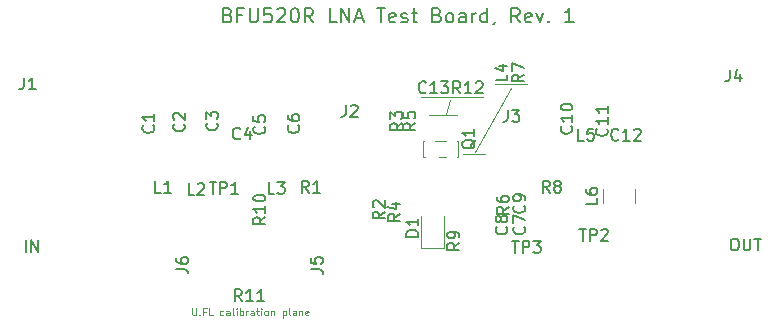
<source format=gbr>
G04 #@! TF.GenerationSoftware,KiCad,Pcbnew,5.1.2-f72e74a~84~ubuntu18.04.1*
G04 #@! TF.CreationDate,2019-07-13T08:00:24-04:00*
G04 #@! TF.ProjectId,iss-lna,6973732d-6c6e-4612-9e6b-696361645f70,rev?*
G04 #@! TF.SameCoordinates,Original*
G04 #@! TF.FileFunction,Legend,Top*
G04 #@! TF.FilePolarity,Positive*
%FSLAX46Y46*%
G04 Gerber Fmt 4.6, Leading zero omitted, Abs format (unit mm)*
G04 Created by KiCad (PCBNEW 5.1.2-f72e74a~84~ubuntu18.04.1) date 2019-07-13 08:00:24*
%MOMM*%
%LPD*%
G04 APERTURE LIST*
%ADD10C,0.100000*%
%ADD11C,0.150000*%
%ADD12C,0.120000*%
G04 APERTURE END LIST*
D10*
X95385714Y-69846428D02*
X95385714Y-70332142D01*
X95414285Y-70389285D01*
X95442857Y-70417857D01*
X95500000Y-70446428D01*
X95614285Y-70446428D01*
X95671428Y-70417857D01*
X95700000Y-70389285D01*
X95728571Y-70332142D01*
X95728571Y-69846428D01*
X96014285Y-70389285D02*
X96042857Y-70417857D01*
X96014285Y-70446428D01*
X95985714Y-70417857D01*
X96014285Y-70389285D01*
X96014285Y-70446428D01*
X96500000Y-70132142D02*
X96300000Y-70132142D01*
X96300000Y-70446428D02*
X96300000Y-69846428D01*
X96585714Y-69846428D01*
X97100000Y-70446428D02*
X96814285Y-70446428D01*
X96814285Y-69846428D01*
X98014285Y-70417857D02*
X97957142Y-70446428D01*
X97842857Y-70446428D01*
X97785714Y-70417857D01*
X97757142Y-70389285D01*
X97728571Y-70332142D01*
X97728571Y-70160714D01*
X97757142Y-70103571D01*
X97785714Y-70075000D01*
X97842857Y-70046428D01*
X97957142Y-70046428D01*
X98014285Y-70075000D01*
X98528571Y-70446428D02*
X98528571Y-70132142D01*
X98500000Y-70075000D01*
X98442857Y-70046428D01*
X98328571Y-70046428D01*
X98271428Y-70075000D01*
X98528571Y-70417857D02*
X98471428Y-70446428D01*
X98328571Y-70446428D01*
X98271428Y-70417857D01*
X98242857Y-70360714D01*
X98242857Y-70303571D01*
X98271428Y-70246428D01*
X98328571Y-70217857D01*
X98471428Y-70217857D01*
X98528571Y-70189285D01*
X98900000Y-70446428D02*
X98842857Y-70417857D01*
X98814285Y-70360714D01*
X98814285Y-69846428D01*
X99128571Y-70446428D02*
X99128571Y-70046428D01*
X99128571Y-69846428D02*
X99100000Y-69875000D01*
X99128571Y-69903571D01*
X99157142Y-69875000D01*
X99128571Y-69846428D01*
X99128571Y-69903571D01*
X99414285Y-70446428D02*
X99414285Y-69846428D01*
X99414285Y-70075000D02*
X99471428Y-70046428D01*
X99585714Y-70046428D01*
X99642857Y-70075000D01*
X99671428Y-70103571D01*
X99700000Y-70160714D01*
X99700000Y-70332142D01*
X99671428Y-70389285D01*
X99642857Y-70417857D01*
X99585714Y-70446428D01*
X99471428Y-70446428D01*
X99414285Y-70417857D01*
X99957142Y-70446428D02*
X99957142Y-70046428D01*
X99957142Y-70160714D02*
X99985714Y-70103571D01*
X100014285Y-70075000D01*
X100071428Y-70046428D01*
X100128571Y-70046428D01*
X100585714Y-70446428D02*
X100585714Y-70132142D01*
X100557142Y-70075000D01*
X100500000Y-70046428D01*
X100385714Y-70046428D01*
X100328571Y-70075000D01*
X100585714Y-70417857D02*
X100528571Y-70446428D01*
X100385714Y-70446428D01*
X100328571Y-70417857D01*
X100300000Y-70360714D01*
X100300000Y-70303571D01*
X100328571Y-70246428D01*
X100385714Y-70217857D01*
X100528571Y-70217857D01*
X100585714Y-70189285D01*
X100785714Y-70046428D02*
X101014285Y-70046428D01*
X100871428Y-69846428D02*
X100871428Y-70360714D01*
X100900000Y-70417857D01*
X100957142Y-70446428D01*
X101014285Y-70446428D01*
X101214285Y-70446428D02*
X101214285Y-70046428D01*
X101214285Y-69846428D02*
X101185714Y-69875000D01*
X101214285Y-69903571D01*
X101242857Y-69875000D01*
X101214285Y-69846428D01*
X101214285Y-69903571D01*
X101585714Y-70446428D02*
X101528571Y-70417857D01*
X101500000Y-70389285D01*
X101471428Y-70332142D01*
X101471428Y-70160714D01*
X101500000Y-70103571D01*
X101528571Y-70075000D01*
X101585714Y-70046428D01*
X101671428Y-70046428D01*
X101728571Y-70075000D01*
X101757142Y-70103571D01*
X101785714Y-70160714D01*
X101785714Y-70332142D01*
X101757142Y-70389285D01*
X101728571Y-70417857D01*
X101671428Y-70446428D01*
X101585714Y-70446428D01*
X102042857Y-70046428D02*
X102042857Y-70446428D01*
X102042857Y-70103571D02*
X102071428Y-70075000D01*
X102128571Y-70046428D01*
X102214285Y-70046428D01*
X102271428Y-70075000D01*
X102300000Y-70132142D01*
X102300000Y-70446428D01*
X103042857Y-70046428D02*
X103042857Y-70646428D01*
X103042857Y-70075000D02*
X103100000Y-70046428D01*
X103214285Y-70046428D01*
X103271428Y-70075000D01*
X103300000Y-70103571D01*
X103328571Y-70160714D01*
X103328571Y-70332142D01*
X103300000Y-70389285D01*
X103271428Y-70417857D01*
X103214285Y-70446428D01*
X103100000Y-70446428D01*
X103042857Y-70417857D01*
X103671428Y-70446428D02*
X103614285Y-70417857D01*
X103585714Y-70360714D01*
X103585714Y-69846428D01*
X104157142Y-70446428D02*
X104157142Y-70132142D01*
X104128571Y-70075000D01*
X104071428Y-70046428D01*
X103957142Y-70046428D01*
X103900000Y-70075000D01*
X104157142Y-70417857D02*
X104100000Y-70446428D01*
X103957142Y-70446428D01*
X103900000Y-70417857D01*
X103871428Y-70360714D01*
X103871428Y-70303571D01*
X103900000Y-70246428D01*
X103957142Y-70217857D01*
X104100000Y-70217857D01*
X104157142Y-70189285D01*
X104442857Y-70046428D02*
X104442857Y-70446428D01*
X104442857Y-70103571D02*
X104471428Y-70075000D01*
X104528571Y-70046428D01*
X104614285Y-70046428D01*
X104671428Y-70075000D01*
X104700000Y-70132142D01*
X104700000Y-70446428D01*
X105214285Y-70417857D02*
X105157142Y-70446428D01*
X105042857Y-70446428D01*
X104985714Y-70417857D01*
X104957142Y-70360714D01*
X104957142Y-70132142D01*
X104985714Y-70075000D01*
X105042857Y-70046428D01*
X105157142Y-70046428D01*
X105214285Y-70075000D01*
X105242857Y-70132142D01*
X105242857Y-70189285D01*
X104957142Y-70246428D01*
D11*
X98400000Y-45014285D02*
X98571428Y-45071428D01*
X98628571Y-45128571D01*
X98685714Y-45242857D01*
X98685714Y-45414285D01*
X98628571Y-45528571D01*
X98571428Y-45585714D01*
X98457142Y-45642857D01*
X98000000Y-45642857D01*
X98000000Y-44442857D01*
X98400000Y-44442857D01*
X98514285Y-44500000D01*
X98571428Y-44557142D01*
X98628571Y-44671428D01*
X98628571Y-44785714D01*
X98571428Y-44900000D01*
X98514285Y-44957142D01*
X98400000Y-45014285D01*
X98000000Y-45014285D01*
X99600000Y-45014285D02*
X99200000Y-45014285D01*
X99200000Y-45642857D02*
X99200000Y-44442857D01*
X99771428Y-44442857D01*
X100228571Y-44442857D02*
X100228571Y-45414285D01*
X100285714Y-45528571D01*
X100342857Y-45585714D01*
X100457142Y-45642857D01*
X100685714Y-45642857D01*
X100800000Y-45585714D01*
X100857142Y-45528571D01*
X100914285Y-45414285D01*
X100914285Y-44442857D01*
X102057142Y-44442857D02*
X101485714Y-44442857D01*
X101428571Y-45014285D01*
X101485714Y-44957142D01*
X101600000Y-44900000D01*
X101885714Y-44900000D01*
X102000000Y-44957142D01*
X102057142Y-45014285D01*
X102114285Y-45128571D01*
X102114285Y-45414285D01*
X102057142Y-45528571D01*
X102000000Y-45585714D01*
X101885714Y-45642857D01*
X101600000Y-45642857D01*
X101485714Y-45585714D01*
X101428571Y-45528571D01*
X102571428Y-44557142D02*
X102628571Y-44500000D01*
X102742857Y-44442857D01*
X103028571Y-44442857D01*
X103142857Y-44500000D01*
X103200000Y-44557142D01*
X103257142Y-44671428D01*
X103257142Y-44785714D01*
X103200000Y-44957142D01*
X102514285Y-45642857D01*
X103257142Y-45642857D01*
X104000000Y-44442857D02*
X104114285Y-44442857D01*
X104228571Y-44500000D01*
X104285714Y-44557142D01*
X104342857Y-44671428D01*
X104400000Y-44900000D01*
X104400000Y-45185714D01*
X104342857Y-45414285D01*
X104285714Y-45528571D01*
X104228571Y-45585714D01*
X104114285Y-45642857D01*
X104000000Y-45642857D01*
X103885714Y-45585714D01*
X103828571Y-45528571D01*
X103771428Y-45414285D01*
X103714285Y-45185714D01*
X103714285Y-44900000D01*
X103771428Y-44671428D01*
X103828571Y-44557142D01*
X103885714Y-44500000D01*
X104000000Y-44442857D01*
X105600000Y-45642857D02*
X105200000Y-45071428D01*
X104914285Y-45642857D02*
X104914285Y-44442857D01*
X105371428Y-44442857D01*
X105485714Y-44500000D01*
X105542857Y-44557142D01*
X105600000Y-44671428D01*
X105600000Y-44842857D01*
X105542857Y-44957142D01*
X105485714Y-45014285D01*
X105371428Y-45071428D01*
X104914285Y-45071428D01*
X107600000Y-45642857D02*
X107028571Y-45642857D01*
X107028571Y-44442857D01*
X108000000Y-45642857D02*
X108000000Y-44442857D01*
X108685714Y-45642857D01*
X108685714Y-44442857D01*
X109200000Y-45300000D02*
X109771428Y-45300000D01*
X109085714Y-45642857D02*
X109485714Y-44442857D01*
X109885714Y-45642857D01*
X111028571Y-44442857D02*
X111714285Y-44442857D01*
X111371428Y-45642857D02*
X111371428Y-44442857D01*
X112571428Y-45585714D02*
X112457142Y-45642857D01*
X112228571Y-45642857D01*
X112114285Y-45585714D01*
X112057142Y-45471428D01*
X112057142Y-45014285D01*
X112114285Y-44900000D01*
X112228571Y-44842857D01*
X112457142Y-44842857D01*
X112571428Y-44900000D01*
X112628571Y-45014285D01*
X112628571Y-45128571D01*
X112057142Y-45242857D01*
X113085714Y-45585714D02*
X113200000Y-45642857D01*
X113428571Y-45642857D01*
X113542857Y-45585714D01*
X113600000Y-45471428D01*
X113600000Y-45414285D01*
X113542857Y-45300000D01*
X113428571Y-45242857D01*
X113257142Y-45242857D01*
X113142857Y-45185714D01*
X113085714Y-45071428D01*
X113085714Y-45014285D01*
X113142857Y-44900000D01*
X113257142Y-44842857D01*
X113428571Y-44842857D01*
X113542857Y-44900000D01*
X113942857Y-44842857D02*
X114400000Y-44842857D01*
X114114285Y-44442857D02*
X114114285Y-45471428D01*
X114171428Y-45585714D01*
X114285714Y-45642857D01*
X114400000Y-45642857D01*
X116114285Y-45014285D02*
X116285714Y-45071428D01*
X116342857Y-45128571D01*
X116400000Y-45242857D01*
X116400000Y-45414285D01*
X116342857Y-45528571D01*
X116285714Y-45585714D01*
X116171428Y-45642857D01*
X115714285Y-45642857D01*
X115714285Y-44442857D01*
X116114285Y-44442857D01*
X116228571Y-44500000D01*
X116285714Y-44557142D01*
X116342857Y-44671428D01*
X116342857Y-44785714D01*
X116285714Y-44900000D01*
X116228571Y-44957142D01*
X116114285Y-45014285D01*
X115714285Y-45014285D01*
X117085714Y-45642857D02*
X116971428Y-45585714D01*
X116914285Y-45528571D01*
X116857142Y-45414285D01*
X116857142Y-45071428D01*
X116914285Y-44957142D01*
X116971428Y-44900000D01*
X117085714Y-44842857D01*
X117257142Y-44842857D01*
X117371428Y-44900000D01*
X117428571Y-44957142D01*
X117485714Y-45071428D01*
X117485714Y-45414285D01*
X117428571Y-45528571D01*
X117371428Y-45585714D01*
X117257142Y-45642857D01*
X117085714Y-45642857D01*
X118514285Y-45642857D02*
X118514285Y-45014285D01*
X118457142Y-44900000D01*
X118342857Y-44842857D01*
X118114285Y-44842857D01*
X118000000Y-44900000D01*
X118514285Y-45585714D02*
X118400000Y-45642857D01*
X118114285Y-45642857D01*
X118000000Y-45585714D01*
X117942857Y-45471428D01*
X117942857Y-45357142D01*
X118000000Y-45242857D01*
X118114285Y-45185714D01*
X118400000Y-45185714D01*
X118514285Y-45128571D01*
X119085714Y-45642857D02*
X119085714Y-44842857D01*
X119085714Y-45071428D02*
X119142857Y-44957142D01*
X119200000Y-44900000D01*
X119314285Y-44842857D01*
X119428571Y-44842857D01*
X120342857Y-45642857D02*
X120342857Y-44442857D01*
X120342857Y-45585714D02*
X120228571Y-45642857D01*
X120000000Y-45642857D01*
X119885714Y-45585714D01*
X119828571Y-45528571D01*
X119771428Y-45414285D01*
X119771428Y-45071428D01*
X119828571Y-44957142D01*
X119885714Y-44900000D01*
X120000000Y-44842857D01*
X120228571Y-44842857D01*
X120342857Y-44900000D01*
X120971428Y-45585714D02*
X120971428Y-45642857D01*
X120914285Y-45757142D01*
X120857142Y-45814285D01*
X123085714Y-45642857D02*
X122685714Y-45071428D01*
X122400000Y-45642857D02*
X122400000Y-44442857D01*
X122857142Y-44442857D01*
X122971428Y-44500000D01*
X123028571Y-44557142D01*
X123085714Y-44671428D01*
X123085714Y-44842857D01*
X123028571Y-44957142D01*
X122971428Y-45014285D01*
X122857142Y-45071428D01*
X122400000Y-45071428D01*
X124057142Y-45585714D02*
X123942857Y-45642857D01*
X123714285Y-45642857D01*
X123600000Y-45585714D01*
X123542857Y-45471428D01*
X123542857Y-45014285D01*
X123600000Y-44900000D01*
X123714285Y-44842857D01*
X123942857Y-44842857D01*
X124057142Y-44900000D01*
X124114285Y-45014285D01*
X124114285Y-45128571D01*
X123542857Y-45242857D01*
X124514285Y-44842857D02*
X124800000Y-45642857D01*
X125085714Y-44842857D01*
X125542857Y-45528571D02*
X125600000Y-45585714D01*
X125542857Y-45642857D01*
X125485714Y-45585714D01*
X125542857Y-45528571D01*
X125542857Y-45642857D01*
X127657142Y-45642857D02*
X126971428Y-45642857D01*
X127314285Y-45642857D02*
X127314285Y-44442857D01*
X127200000Y-44614285D01*
X127085714Y-44728571D01*
X126971428Y-44785714D01*
X141200000Y-63952380D02*
X141390476Y-63952380D01*
X141485714Y-64000000D01*
X141580952Y-64095238D01*
X141628571Y-64285714D01*
X141628571Y-64619047D01*
X141580952Y-64809523D01*
X141485714Y-64904761D01*
X141390476Y-64952380D01*
X141200000Y-64952380D01*
X141104761Y-64904761D01*
X141009523Y-64809523D01*
X140961904Y-64619047D01*
X140961904Y-64285714D01*
X141009523Y-64095238D01*
X141104761Y-64000000D01*
X141200000Y-63952380D01*
X142057142Y-63952380D02*
X142057142Y-64761904D01*
X142104761Y-64857142D01*
X142152380Y-64904761D01*
X142247619Y-64952380D01*
X142438095Y-64952380D01*
X142533333Y-64904761D01*
X142580952Y-64857142D01*
X142628571Y-64761904D01*
X142628571Y-63952380D01*
X142961904Y-63952380D02*
X143533333Y-63952380D01*
X143247619Y-64952380D02*
X143247619Y-63952380D01*
X81276190Y-65052380D02*
X81276190Y-64052380D01*
X81752380Y-65052380D02*
X81752380Y-64052380D01*
X82323809Y-65052380D01*
X82323809Y-64052380D01*
D12*
X117200000Y-52200000D02*
X116900000Y-53400000D01*
X115400000Y-53500000D02*
X117800000Y-53500000D01*
X114700000Y-52000000D02*
X120000000Y-52000000D01*
X122400000Y-51200000D02*
X119300000Y-56600000D01*
X118300000Y-56800000D02*
X120200000Y-56800000D01*
X123700000Y-50900000D02*
X121000000Y-50900000D01*
X114900000Y-55650000D02*
X115000000Y-55650000D01*
X117800000Y-55650000D02*
X117900000Y-55650000D01*
X117900000Y-57050000D02*
X117800000Y-57050000D01*
X114900000Y-57050000D02*
X115100000Y-57050000D01*
X114900000Y-55650000D02*
X114900000Y-57050000D01*
X117900000Y-55650000D02*
X117900000Y-57050000D01*
X116300000Y-57050000D02*
X116900000Y-57050000D01*
X115900000Y-55650000D02*
X116900000Y-55650000D01*
X132860000Y-60952064D02*
X132860000Y-59747936D01*
X130140000Y-60952064D02*
X130140000Y-59747936D01*
X116660000Y-64735000D02*
X116660000Y-62050000D01*
X114740000Y-64735000D02*
X116660000Y-64735000D01*
X114740000Y-62050000D02*
X114740000Y-64735000D01*
D11*
X140866666Y-49652380D02*
X140866666Y-50366666D01*
X140819047Y-50509523D01*
X140723809Y-50604761D01*
X140580952Y-50652380D01*
X140485714Y-50652380D01*
X141771428Y-49985714D02*
X141771428Y-50652380D01*
X141533333Y-49604761D02*
X141295238Y-50319047D01*
X141914285Y-50319047D01*
X81126666Y-50322380D02*
X81126666Y-51036666D01*
X81079047Y-51179523D01*
X80983809Y-51274761D01*
X80840952Y-51322380D01*
X80745714Y-51322380D01*
X82126666Y-51322380D02*
X81555238Y-51322380D01*
X81840952Y-51322380D02*
X81840952Y-50322380D01*
X81745714Y-50465238D01*
X81650476Y-50560476D01*
X81555238Y-50608095D01*
X123452380Y-50066666D02*
X122976190Y-50400000D01*
X123452380Y-50638095D02*
X122452380Y-50638095D01*
X122452380Y-50257142D01*
X122500000Y-50161904D01*
X122547619Y-50114285D01*
X122642857Y-50066666D01*
X122785714Y-50066666D01*
X122880952Y-50114285D01*
X122928571Y-50161904D01*
X122976190Y-50257142D01*
X122976190Y-50638095D01*
X122452380Y-49733333D02*
X122452380Y-49066666D01*
X123452380Y-49495238D01*
X118057142Y-51652380D02*
X117723809Y-51176190D01*
X117485714Y-51652380D02*
X117485714Y-50652380D01*
X117866666Y-50652380D01*
X117961904Y-50700000D01*
X118009523Y-50747619D01*
X118057142Y-50842857D01*
X118057142Y-50985714D01*
X118009523Y-51080952D01*
X117961904Y-51128571D01*
X117866666Y-51176190D01*
X117485714Y-51176190D01*
X119009523Y-51652380D02*
X118438095Y-51652380D01*
X118723809Y-51652380D02*
X118723809Y-50652380D01*
X118628571Y-50795238D01*
X118533333Y-50890476D01*
X118438095Y-50938095D01*
X119390476Y-50747619D02*
X119438095Y-50700000D01*
X119533333Y-50652380D01*
X119771428Y-50652380D01*
X119866666Y-50700000D01*
X119914285Y-50747619D01*
X119961904Y-50842857D01*
X119961904Y-50938095D01*
X119914285Y-51080952D01*
X119342857Y-51652380D01*
X119961904Y-51652380D01*
X115157142Y-51557142D02*
X115109523Y-51604761D01*
X114966666Y-51652380D01*
X114871428Y-51652380D01*
X114728571Y-51604761D01*
X114633333Y-51509523D01*
X114585714Y-51414285D01*
X114538095Y-51223809D01*
X114538095Y-51080952D01*
X114585714Y-50890476D01*
X114633333Y-50795238D01*
X114728571Y-50700000D01*
X114871428Y-50652380D01*
X114966666Y-50652380D01*
X115109523Y-50700000D01*
X115157142Y-50747619D01*
X116109523Y-51652380D02*
X115538095Y-51652380D01*
X115823809Y-51652380D02*
X115823809Y-50652380D01*
X115728571Y-50795238D01*
X115633333Y-50890476D01*
X115538095Y-50938095D01*
X116442857Y-50652380D02*
X117061904Y-50652380D01*
X116728571Y-51033333D01*
X116871428Y-51033333D01*
X116966666Y-51080952D01*
X117014285Y-51128571D01*
X117061904Y-51223809D01*
X117061904Y-51461904D01*
X117014285Y-51557142D01*
X116966666Y-51604761D01*
X116871428Y-51652380D01*
X116585714Y-51652380D01*
X116490476Y-51604761D01*
X116442857Y-51557142D01*
X122438095Y-64152380D02*
X123009523Y-64152380D01*
X122723809Y-65152380D02*
X122723809Y-64152380D01*
X123342857Y-65152380D02*
X123342857Y-64152380D01*
X123723809Y-64152380D01*
X123819047Y-64200000D01*
X123866666Y-64247619D01*
X123914285Y-64342857D01*
X123914285Y-64485714D01*
X123866666Y-64580952D01*
X123819047Y-64628571D01*
X123723809Y-64676190D01*
X123342857Y-64676190D01*
X124247619Y-64152380D02*
X124866666Y-64152380D01*
X124533333Y-64533333D01*
X124676190Y-64533333D01*
X124771428Y-64580952D01*
X124819047Y-64628571D01*
X124866666Y-64723809D01*
X124866666Y-64961904D01*
X124819047Y-65057142D01*
X124771428Y-65104761D01*
X124676190Y-65152380D01*
X124390476Y-65152380D01*
X124295238Y-65104761D01*
X124247619Y-65057142D01*
X128138095Y-63152380D02*
X128709523Y-63152380D01*
X128423809Y-64152380D02*
X128423809Y-63152380D01*
X129042857Y-64152380D02*
X129042857Y-63152380D01*
X129423809Y-63152380D01*
X129519047Y-63200000D01*
X129566666Y-63247619D01*
X129614285Y-63342857D01*
X129614285Y-63485714D01*
X129566666Y-63580952D01*
X129519047Y-63628571D01*
X129423809Y-63676190D01*
X129042857Y-63676190D01*
X129995238Y-63247619D02*
X130042857Y-63200000D01*
X130138095Y-63152380D01*
X130376190Y-63152380D01*
X130471428Y-63200000D01*
X130519047Y-63247619D01*
X130566666Y-63342857D01*
X130566666Y-63438095D01*
X130519047Y-63580952D01*
X129947619Y-64152380D01*
X130566666Y-64152380D01*
X96838095Y-59152380D02*
X97409523Y-59152380D01*
X97123809Y-60152380D02*
X97123809Y-59152380D01*
X97742857Y-60152380D02*
X97742857Y-59152380D01*
X98123809Y-59152380D01*
X98219047Y-59200000D01*
X98266666Y-59247619D01*
X98314285Y-59342857D01*
X98314285Y-59485714D01*
X98266666Y-59580952D01*
X98219047Y-59628571D01*
X98123809Y-59676190D01*
X97742857Y-59676190D01*
X99266666Y-60152380D02*
X98695238Y-60152380D01*
X98980952Y-60152380D02*
X98980952Y-59152380D01*
X98885714Y-59295238D01*
X98790476Y-59390476D01*
X98695238Y-59438095D01*
X99557142Y-69252380D02*
X99223809Y-68776190D01*
X98985714Y-69252380D02*
X98985714Y-68252380D01*
X99366666Y-68252380D01*
X99461904Y-68300000D01*
X99509523Y-68347619D01*
X99557142Y-68442857D01*
X99557142Y-68585714D01*
X99509523Y-68680952D01*
X99461904Y-68728571D01*
X99366666Y-68776190D01*
X98985714Y-68776190D01*
X100509523Y-69252380D02*
X99938095Y-69252380D01*
X100223809Y-69252380D02*
X100223809Y-68252380D01*
X100128571Y-68395238D01*
X100033333Y-68490476D01*
X99938095Y-68538095D01*
X101461904Y-69252380D02*
X100890476Y-69252380D01*
X101176190Y-69252380D02*
X101176190Y-68252380D01*
X101080952Y-68395238D01*
X100985714Y-68490476D01*
X100890476Y-68538095D01*
X101552380Y-62142857D02*
X101076190Y-62476190D01*
X101552380Y-62714285D02*
X100552380Y-62714285D01*
X100552380Y-62333333D01*
X100600000Y-62238095D01*
X100647619Y-62190476D01*
X100742857Y-62142857D01*
X100885714Y-62142857D01*
X100980952Y-62190476D01*
X101028571Y-62238095D01*
X101076190Y-62333333D01*
X101076190Y-62714285D01*
X101552380Y-61190476D02*
X101552380Y-61761904D01*
X101552380Y-61476190D02*
X100552380Y-61476190D01*
X100695238Y-61571428D01*
X100790476Y-61666666D01*
X100838095Y-61761904D01*
X100552380Y-60571428D02*
X100552380Y-60476190D01*
X100600000Y-60380952D01*
X100647619Y-60333333D01*
X100742857Y-60285714D01*
X100933333Y-60238095D01*
X101171428Y-60238095D01*
X101361904Y-60285714D01*
X101457142Y-60333333D01*
X101504761Y-60380952D01*
X101552380Y-60476190D01*
X101552380Y-60571428D01*
X101504761Y-60666666D01*
X101457142Y-60714285D01*
X101361904Y-60761904D01*
X101171428Y-60809523D01*
X100933333Y-60809523D01*
X100742857Y-60761904D01*
X100647619Y-60714285D01*
X100600000Y-60666666D01*
X100552380Y-60571428D01*
X117982380Y-64316666D02*
X117506190Y-64650000D01*
X117982380Y-64888095D02*
X116982380Y-64888095D01*
X116982380Y-64507142D01*
X117030000Y-64411904D01*
X117077619Y-64364285D01*
X117172857Y-64316666D01*
X117315714Y-64316666D01*
X117410952Y-64364285D01*
X117458571Y-64411904D01*
X117506190Y-64507142D01*
X117506190Y-64888095D01*
X117982380Y-63840476D02*
X117982380Y-63650000D01*
X117934761Y-63554761D01*
X117887142Y-63507142D01*
X117744285Y-63411904D01*
X117553809Y-63364285D01*
X117172857Y-63364285D01*
X117077619Y-63411904D01*
X117030000Y-63459523D01*
X116982380Y-63554761D01*
X116982380Y-63745238D01*
X117030000Y-63840476D01*
X117077619Y-63888095D01*
X117172857Y-63935714D01*
X117410952Y-63935714D01*
X117506190Y-63888095D01*
X117553809Y-63840476D01*
X117601428Y-63745238D01*
X117601428Y-63554761D01*
X117553809Y-63459523D01*
X117506190Y-63411904D01*
X117410952Y-63364285D01*
X125633333Y-60052380D02*
X125300000Y-59576190D01*
X125061904Y-60052380D02*
X125061904Y-59052380D01*
X125442857Y-59052380D01*
X125538095Y-59100000D01*
X125585714Y-59147619D01*
X125633333Y-59242857D01*
X125633333Y-59385714D01*
X125585714Y-59480952D01*
X125538095Y-59528571D01*
X125442857Y-59576190D01*
X125061904Y-59576190D01*
X126204761Y-59480952D02*
X126109523Y-59433333D01*
X126061904Y-59385714D01*
X126014285Y-59290476D01*
X126014285Y-59242857D01*
X126061904Y-59147619D01*
X126109523Y-59100000D01*
X126204761Y-59052380D01*
X126395238Y-59052380D01*
X126490476Y-59100000D01*
X126538095Y-59147619D01*
X126585714Y-59242857D01*
X126585714Y-59290476D01*
X126538095Y-59385714D01*
X126490476Y-59433333D01*
X126395238Y-59480952D01*
X126204761Y-59480952D01*
X126109523Y-59528571D01*
X126061904Y-59576190D01*
X126014285Y-59671428D01*
X126014285Y-59861904D01*
X126061904Y-59957142D01*
X126109523Y-60004761D01*
X126204761Y-60052380D01*
X126395238Y-60052380D01*
X126490476Y-60004761D01*
X126538095Y-59957142D01*
X126585714Y-59861904D01*
X126585714Y-59671428D01*
X126538095Y-59576190D01*
X126490476Y-59528571D01*
X126395238Y-59480952D01*
X122152380Y-61266666D02*
X121676190Y-61600000D01*
X122152380Y-61838095D02*
X121152380Y-61838095D01*
X121152380Y-61457142D01*
X121200000Y-61361904D01*
X121247619Y-61314285D01*
X121342857Y-61266666D01*
X121485714Y-61266666D01*
X121580952Y-61314285D01*
X121628571Y-61361904D01*
X121676190Y-61457142D01*
X121676190Y-61838095D01*
X121152380Y-60409523D02*
X121152380Y-60600000D01*
X121200000Y-60695238D01*
X121247619Y-60742857D01*
X121390476Y-60838095D01*
X121580952Y-60885714D01*
X121961904Y-60885714D01*
X122057142Y-60838095D01*
X122104761Y-60790476D01*
X122152380Y-60695238D01*
X122152380Y-60504761D01*
X122104761Y-60409523D01*
X122057142Y-60361904D01*
X121961904Y-60314285D01*
X121723809Y-60314285D01*
X121628571Y-60361904D01*
X121580952Y-60409523D01*
X121533333Y-60504761D01*
X121533333Y-60695238D01*
X121580952Y-60790476D01*
X121628571Y-60838095D01*
X121723809Y-60885714D01*
X114252380Y-54166666D02*
X113776190Y-54500000D01*
X114252380Y-54738095D02*
X113252380Y-54738095D01*
X113252380Y-54357142D01*
X113300000Y-54261904D01*
X113347619Y-54214285D01*
X113442857Y-54166666D01*
X113585714Y-54166666D01*
X113680952Y-54214285D01*
X113728571Y-54261904D01*
X113776190Y-54357142D01*
X113776190Y-54738095D01*
X113252380Y-53261904D02*
X113252380Y-53738095D01*
X113728571Y-53785714D01*
X113680952Y-53738095D01*
X113633333Y-53642857D01*
X113633333Y-53404761D01*
X113680952Y-53309523D01*
X113728571Y-53261904D01*
X113823809Y-53214285D01*
X114061904Y-53214285D01*
X114157142Y-53261904D01*
X114204761Y-53309523D01*
X114252380Y-53404761D01*
X114252380Y-53642857D01*
X114204761Y-53738095D01*
X114157142Y-53785714D01*
X112952380Y-61866666D02*
X112476190Y-62200000D01*
X112952380Y-62438095D02*
X111952380Y-62438095D01*
X111952380Y-62057142D01*
X112000000Y-61961904D01*
X112047619Y-61914285D01*
X112142857Y-61866666D01*
X112285714Y-61866666D01*
X112380952Y-61914285D01*
X112428571Y-61961904D01*
X112476190Y-62057142D01*
X112476190Y-62438095D01*
X112285714Y-61009523D02*
X112952380Y-61009523D01*
X111904761Y-61247619D02*
X112619047Y-61485714D01*
X112619047Y-60866666D01*
X113152380Y-54166666D02*
X112676190Y-54500000D01*
X113152380Y-54738095D02*
X112152380Y-54738095D01*
X112152380Y-54357142D01*
X112200000Y-54261904D01*
X112247619Y-54214285D01*
X112342857Y-54166666D01*
X112485714Y-54166666D01*
X112580952Y-54214285D01*
X112628571Y-54261904D01*
X112676190Y-54357142D01*
X112676190Y-54738095D01*
X112152380Y-53833333D02*
X112152380Y-53214285D01*
X112533333Y-53547619D01*
X112533333Y-53404761D01*
X112580952Y-53309523D01*
X112628571Y-53261904D01*
X112723809Y-53214285D01*
X112961904Y-53214285D01*
X113057142Y-53261904D01*
X113104761Y-53309523D01*
X113152380Y-53404761D01*
X113152380Y-53690476D01*
X113104761Y-53785714D01*
X113057142Y-53833333D01*
X111652380Y-61666666D02*
X111176190Y-62000000D01*
X111652380Y-62238095D02*
X110652380Y-62238095D01*
X110652380Y-61857142D01*
X110700000Y-61761904D01*
X110747619Y-61714285D01*
X110842857Y-61666666D01*
X110985714Y-61666666D01*
X111080952Y-61714285D01*
X111128571Y-61761904D01*
X111176190Y-61857142D01*
X111176190Y-62238095D01*
X110747619Y-61285714D02*
X110700000Y-61238095D01*
X110652380Y-61142857D01*
X110652380Y-60904761D01*
X110700000Y-60809523D01*
X110747619Y-60761904D01*
X110842857Y-60714285D01*
X110938095Y-60714285D01*
X111080952Y-60761904D01*
X111652380Y-61333333D01*
X111652380Y-60714285D01*
X105233333Y-60052380D02*
X104900000Y-59576190D01*
X104661904Y-60052380D02*
X104661904Y-59052380D01*
X105042857Y-59052380D01*
X105138095Y-59100000D01*
X105185714Y-59147619D01*
X105233333Y-59242857D01*
X105233333Y-59385714D01*
X105185714Y-59480952D01*
X105138095Y-59528571D01*
X105042857Y-59576190D01*
X104661904Y-59576190D01*
X106185714Y-60052380D02*
X105614285Y-60052380D01*
X105900000Y-60052380D02*
X105900000Y-59052380D01*
X105804761Y-59195238D01*
X105709523Y-59290476D01*
X105614285Y-59338095D01*
X119347619Y-55595238D02*
X119300000Y-55690476D01*
X119204761Y-55785714D01*
X119061904Y-55928571D01*
X119014285Y-56023809D01*
X119014285Y-56119047D01*
X119252380Y-56071428D02*
X119204761Y-56166666D01*
X119109523Y-56261904D01*
X118919047Y-56309523D01*
X118585714Y-56309523D01*
X118395238Y-56261904D01*
X118300000Y-56166666D01*
X118252380Y-56071428D01*
X118252380Y-55880952D01*
X118300000Y-55785714D01*
X118395238Y-55690476D01*
X118585714Y-55642857D01*
X118919047Y-55642857D01*
X119109523Y-55690476D01*
X119204761Y-55785714D01*
X119252380Y-55880952D01*
X119252380Y-56071428D01*
X119252380Y-54690476D02*
X119252380Y-55261904D01*
X119252380Y-54976190D02*
X118252380Y-54976190D01*
X118395238Y-55071428D01*
X118490476Y-55166666D01*
X118538095Y-55261904D01*
X129672380Y-60516666D02*
X129672380Y-60992857D01*
X128672380Y-60992857D01*
X128672380Y-59754761D02*
X128672380Y-59945238D01*
X128720000Y-60040476D01*
X128767619Y-60088095D01*
X128910476Y-60183333D01*
X129100952Y-60230952D01*
X129481904Y-60230952D01*
X129577142Y-60183333D01*
X129624761Y-60135714D01*
X129672380Y-60040476D01*
X129672380Y-59850000D01*
X129624761Y-59754761D01*
X129577142Y-59707142D01*
X129481904Y-59659523D01*
X129243809Y-59659523D01*
X129148571Y-59707142D01*
X129100952Y-59754761D01*
X129053333Y-59850000D01*
X129053333Y-60040476D01*
X129100952Y-60135714D01*
X129148571Y-60183333D01*
X129243809Y-60230952D01*
X128533333Y-55652380D02*
X128057142Y-55652380D01*
X128057142Y-54652380D01*
X129342857Y-54652380D02*
X128866666Y-54652380D01*
X128819047Y-55128571D01*
X128866666Y-55080952D01*
X128961904Y-55033333D01*
X129200000Y-55033333D01*
X129295238Y-55080952D01*
X129342857Y-55128571D01*
X129390476Y-55223809D01*
X129390476Y-55461904D01*
X129342857Y-55557142D01*
X129295238Y-55604761D01*
X129200000Y-55652380D01*
X128961904Y-55652380D01*
X128866666Y-55604761D01*
X128819047Y-55557142D01*
X122052380Y-50066666D02*
X122052380Y-50542857D01*
X121052380Y-50542857D01*
X121385714Y-49304761D02*
X122052380Y-49304761D01*
X121004761Y-49542857D02*
X121719047Y-49780952D01*
X121719047Y-49161904D01*
X102333333Y-60152380D02*
X101857142Y-60152380D01*
X101857142Y-59152380D01*
X102571428Y-59152380D02*
X103190476Y-59152380D01*
X102857142Y-59533333D01*
X103000000Y-59533333D01*
X103095238Y-59580952D01*
X103142857Y-59628571D01*
X103190476Y-59723809D01*
X103190476Y-59961904D01*
X103142857Y-60057142D01*
X103095238Y-60104761D01*
X103000000Y-60152380D01*
X102714285Y-60152380D01*
X102619047Y-60104761D01*
X102571428Y-60057142D01*
X95533333Y-60252380D02*
X95057142Y-60252380D01*
X95057142Y-59252380D01*
X95819047Y-59347619D02*
X95866666Y-59300000D01*
X95961904Y-59252380D01*
X96200000Y-59252380D01*
X96295238Y-59300000D01*
X96342857Y-59347619D01*
X96390476Y-59442857D01*
X96390476Y-59538095D01*
X96342857Y-59680952D01*
X95771428Y-60252380D01*
X96390476Y-60252380D01*
X92733333Y-60052380D02*
X92257142Y-60052380D01*
X92257142Y-59052380D01*
X93590476Y-60052380D02*
X93019047Y-60052380D01*
X93304761Y-60052380D02*
X93304761Y-59052380D01*
X93209523Y-59195238D01*
X93114285Y-59290476D01*
X93019047Y-59338095D01*
X94002380Y-66528333D02*
X94716666Y-66528333D01*
X94859523Y-66575952D01*
X94954761Y-66671190D01*
X95002380Y-66814047D01*
X95002380Y-66909285D01*
X94002380Y-65623571D02*
X94002380Y-65814047D01*
X94050000Y-65909285D01*
X94097619Y-65956904D01*
X94240476Y-66052142D01*
X94430952Y-66099761D01*
X94811904Y-66099761D01*
X94907142Y-66052142D01*
X94954761Y-66004523D01*
X95002380Y-65909285D01*
X95002380Y-65718809D01*
X94954761Y-65623571D01*
X94907142Y-65575952D01*
X94811904Y-65528333D01*
X94573809Y-65528333D01*
X94478571Y-65575952D01*
X94430952Y-65623571D01*
X94383333Y-65718809D01*
X94383333Y-65909285D01*
X94430952Y-66004523D01*
X94478571Y-66052142D01*
X94573809Y-66099761D01*
X105402380Y-66533333D02*
X106116666Y-66533333D01*
X106259523Y-66580952D01*
X106354761Y-66676190D01*
X106402380Y-66819047D01*
X106402380Y-66914285D01*
X105402380Y-65580952D02*
X105402380Y-66057142D01*
X105878571Y-66104761D01*
X105830952Y-66057142D01*
X105783333Y-65961904D01*
X105783333Y-65723809D01*
X105830952Y-65628571D01*
X105878571Y-65580952D01*
X105973809Y-65533333D01*
X106211904Y-65533333D01*
X106307142Y-65580952D01*
X106354761Y-65628571D01*
X106402380Y-65723809D01*
X106402380Y-65961904D01*
X106354761Y-66057142D01*
X106307142Y-66104761D01*
X122066666Y-53052380D02*
X122066666Y-53766666D01*
X122019047Y-53909523D01*
X121923809Y-54004761D01*
X121780952Y-54052380D01*
X121685714Y-54052380D01*
X122447619Y-53052380D02*
X123066666Y-53052380D01*
X122733333Y-53433333D01*
X122876190Y-53433333D01*
X122971428Y-53480952D01*
X123019047Y-53528571D01*
X123066666Y-53623809D01*
X123066666Y-53861904D01*
X123019047Y-53957142D01*
X122971428Y-54004761D01*
X122876190Y-54052380D01*
X122590476Y-54052380D01*
X122495238Y-54004761D01*
X122447619Y-53957142D01*
X108366666Y-52652380D02*
X108366666Y-53366666D01*
X108319047Y-53509523D01*
X108223809Y-53604761D01*
X108080952Y-53652380D01*
X107985714Y-53652380D01*
X108795238Y-52747619D02*
X108842857Y-52700000D01*
X108938095Y-52652380D01*
X109176190Y-52652380D01*
X109271428Y-52700000D01*
X109319047Y-52747619D01*
X109366666Y-52842857D01*
X109366666Y-52938095D01*
X109319047Y-53080952D01*
X108747619Y-53652380D01*
X109366666Y-53652380D01*
X114502380Y-63788095D02*
X113502380Y-63788095D01*
X113502380Y-63550000D01*
X113550000Y-63407142D01*
X113645238Y-63311904D01*
X113740476Y-63264285D01*
X113930952Y-63216666D01*
X114073809Y-63216666D01*
X114264285Y-63264285D01*
X114359523Y-63311904D01*
X114454761Y-63407142D01*
X114502380Y-63550000D01*
X114502380Y-63788095D01*
X114502380Y-62264285D02*
X114502380Y-62835714D01*
X114502380Y-62550000D02*
X113502380Y-62550000D01*
X113645238Y-62645238D01*
X113740476Y-62740476D01*
X113788095Y-62835714D01*
X131457142Y-55557142D02*
X131409523Y-55604761D01*
X131266666Y-55652380D01*
X131171428Y-55652380D01*
X131028571Y-55604761D01*
X130933333Y-55509523D01*
X130885714Y-55414285D01*
X130838095Y-55223809D01*
X130838095Y-55080952D01*
X130885714Y-54890476D01*
X130933333Y-54795238D01*
X131028571Y-54700000D01*
X131171428Y-54652380D01*
X131266666Y-54652380D01*
X131409523Y-54700000D01*
X131457142Y-54747619D01*
X132409523Y-55652380D02*
X131838095Y-55652380D01*
X132123809Y-55652380D02*
X132123809Y-54652380D01*
X132028571Y-54795238D01*
X131933333Y-54890476D01*
X131838095Y-54938095D01*
X132790476Y-54747619D02*
X132838095Y-54700000D01*
X132933333Y-54652380D01*
X133171428Y-54652380D01*
X133266666Y-54700000D01*
X133314285Y-54747619D01*
X133361904Y-54842857D01*
X133361904Y-54938095D01*
X133314285Y-55080952D01*
X132742857Y-55652380D01*
X133361904Y-55652380D01*
X130457142Y-54642857D02*
X130504761Y-54690476D01*
X130552380Y-54833333D01*
X130552380Y-54928571D01*
X130504761Y-55071428D01*
X130409523Y-55166666D01*
X130314285Y-55214285D01*
X130123809Y-55261904D01*
X129980952Y-55261904D01*
X129790476Y-55214285D01*
X129695238Y-55166666D01*
X129600000Y-55071428D01*
X129552380Y-54928571D01*
X129552380Y-54833333D01*
X129600000Y-54690476D01*
X129647619Y-54642857D01*
X130552380Y-53690476D02*
X130552380Y-54261904D01*
X130552380Y-53976190D02*
X129552380Y-53976190D01*
X129695238Y-54071428D01*
X129790476Y-54166666D01*
X129838095Y-54261904D01*
X130552380Y-52738095D02*
X130552380Y-53309523D01*
X130552380Y-53023809D02*
X129552380Y-53023809D01*
X129695238Y-53119047D01*
X129790476Y-53214285D01*
X129838095Y-53309523D01*
X127457142Y-54442857D02*
X127504761Y-54490476D01*
X127552380Y-54633333D01*
X127552380Y-54728571D01*
X127504761Y-54871428D01*
X127409523Y-54966666D01*
X127314285Y-55014285D01*
X127123809Y-55061904D01*
X126980952Y-55061904D01*
X126790476Y-55014285D01*
X126695238Y-54966666D01*
X126600000Y-54871428D01*
X126552380Y-54728571D01*
X126552380Y-54633333D01*
X126600000Y-54490476D01*
X126647619Y-54442857D01*
X127552380Y-53490476D02*
X127552380Y-54061904D01*
X127552380Y-53776190D02*
X126552380Y-53776190D01*
X126695238Y-53871428D01*
X126790476Y-53966666D01*
X126838095Y-54061904D01*
X126552380Y-52871428D02*
X126552380Y-52776190D01*
X126600000Y-52680952D01*
X126647619Y-52633333D01*
X126742857Y-52585714D01*
X126933333Y-52538095D01*
X127171428Y-52538095D01*
X127361904Y-52585714D01*
X127457142Y-52633333D01*
X127504761Y-52680952D01*
X127552380Y-52776190D01*
X127552380Y-52871428D01*
X127504761Y-52966666D01*
X127457142Y-53014285D01*
X127361904Y-53061904D01*
X127171428Y-53109523D01*
X126933333Y-53109523D01*
X126742857Y-53061904D01*
X126647619Y-53014285D01*
X126600000Y-52966666D01*
X126552380Y-52871428D01*
X123457142Y-61166666D02*
X123504761Y-61214285D01*
X123552380Y-61357142D01*
X123552380Y-61452380D01*
X123504761Y-61595238D01*
X123409523Y-61690476D01*
X123314285Y-61738095D01*
X123123809Y-61785714D01*
X122980952Y-61785714D01*
X122790476Y-61738095D01*
X122695238Y-61690476D01*
X122600000Y-61595238D01*
X122552380Y-61452380D01*
X122552380Y-61357142D01*
X122600000Y-61214285D01*
X122647619Y-61166666D01*
X123552380Y-60690476D02*
X123552380Y-60500000D01*
X123504761Y-60404761D01*
X123457142Y-60357142D01*
X123314285Y-60261904D01*
X123123809Y-60214285D01*
X122742857Y-60214285D01*
X122647619Y-60261904D01*
X122600000Y-60309523D01*
X122552380Y-60404761D01*
X122552380Y-60595238D01*
X122600000Y-60690476D01*
X122647619Y-60738095D01*
X122742857Y-60785714D01*
X122980952Y-60785714D01*
X123076190Y-60738095D01*
X123123809Y-60690476D01*
X123171428Y-60595238D01*
X123171428Y-60404761D01*
X123123809Y-60309523D01*
X123076190Y-60261904D01*
X122980952Y-60214285D01*
X121957142Y-62966666D02*
X122004761Y-63014285D01*
X122052380Y-63157142D01*
X122052380Y-63252380D01*
X122004761Y-63395238D01*
X121909523Y-63490476D01*
X121814285Y-63538095D01*
X121623809Y-63585714D01*
X121480952Y-63585714D01*
X121290476Y-63538095D01*
X121195238Y-63490476D01*
X121100000Y-63395238D01*
X121052380Y-63252380D01*
X121052380Y-63157142D01*
X121100000Y-63014285D01*
X121147619Y-62966666D01*
X121480952Y-62395238D02*
X121433333Y-62490476D01*
X121385714Y-62538095D01*
X121290476Y-62585714D01*
X121242857Y-62585714D01*
X121147619Y-62538095D01*
X121100000Y-62490476D01*
X121052380Y-62395238D01*
X121052380Y-62204761D01*
X121100000Y-62109523D01*
X121147619Y-62061904D01*
X121242857Y-62014285D01*
X121290476Y-62014285D01*
X121385714Y-62061904D01*
X121433333Y-62109523D01*
X121480952Y-62204761D01*
X121480952Y-62395238D01*
X121528571Y-62490476D01*
X121576190Y-62538095D01*
X121671428Y-62585714D01*
X121861904Y-62585714D01*
X121957142Y-62538095D01*
X122004761Y-62490476D01*
X122052380Y-62395238D01*
X122052380Y-62204761D01*
X122004761Y-62109523D01*
X121957142Y-62061904D01*
X121861904Y-62014285D01*
X121671428Y-62014285D01*
X121576190Y-62061904D01*
X121528571Y-62109523D01*
X121480952Y-62204761D01*
X123457142Y-62966666D02*
X123504761Y-63014285D01*
X123552380Y-63157142D01*
X123552380Y-63252380D01*
X123504761Y-63395238D01*
X123409523Y-63490476D01*
X123314285Y-63538095D01*
X123123809Y-63585714D01*
X122980952Y-63585714D01*
X122790476Y-63538095D01*
X122695238Y-63490476D01*
X122600000Y-63395238D01*
X122552380Y-63252380D01*
X122552380Y-63157142D01*
X122600000Y-63014285D01*
X122647619Y-62966666D01*
X122552380Y-62633333D02*
X122552380Y-61966666D01*
X123552380Y-62395238D01*
X104357142Y-54366666D02*
X104404761Y-54414285D01*
X104452380Y-54557142D01*
X104452380Y-54652380D01*
X104404761Y-54795238D01*
X104309523Y-54890476D01*
X104214285Y-54938095D01*
X104023809Y-54985714D01*
X103880952Y-54985714D01*
X103690476Y-54938095D01*
X103595238Y-54890476D01*
X103500000Y-54795238D01*
X103452380Y-54652380D01*
X103452380Y-54557142D01*
X103500000Y-54414285D01*
X103547619Y-54366666D01*
X103452380Y-53509523D02*
X103452380Y-53700000D01*
X103500000Y-53795238D01*
X103547619Y-53842857D01*
X103690476Y-53938095D01*
X103880952Y-53985714D01*
X104261904Y-53985714D01*
X104357142Y-53938095D01*
X104404761Y-53890476D01*
X104452380Y-53795238D01*
X104452380Y-53604761D01*
X104404761Y-53509523D01*
X104357142Y-53461904D01*
X104261904Y-53414285D01*
X104023809Y-53414285D01*
X103928571Y-53461904D01*
X103880952Y-53509523D01*
X103833333Y-53604761D01*
X103833333Y-53795238D01*
X103880952Y-53890476D01*
X103928571Y-53938095D01*
X104023809Y-53985714D01*
X101457142Y-54466666D02*
X101504761Y-54514285D01*
X101552380Y-54657142D01*
X101552380Y-54752380D01*
X101504761Y-54895238D01*
X101409523Y-54990476D01*
X101314285Y-55038095D01*
X101123809Y-55085714D01*
X100980952Y-55085714D01*
X100790476Y-55038095D01*
X100695238Y-54990476D01*
X100600000Y-54895238D01*
X100552380Y-54752380D01*
X100552380Y-54657142D01*
X100600000Y-54514285D01*
X100647619Y-54466666D01*
X100552380Y-53561904D02*
X100552380Y-54038095D01*
X101028571Y-54085714D01*
X100980952Y-54038095D01*
X100933333Y-53942857D01*
X100933333Y-53704761D01*
X100980952Y-53609523D01*
X101028571Y-53561904D01*
X101123809Y-53514285D01*
X101361904Y-53514285D01*
X101457142Y-53561904D01*
X101504761Y-53609523D01*
X101552380Y-53704761D01*
X101552380Y-53942857D01*
X101504761Y-54038095D01*
X101457142Y-54085714D01*
X99433333Y-55457142D02*
X99385714Y-55504761D01*
X99242857Y-55552380D01*
X99147619Y-55552380D01*
X99004761Y-55504761D01*
X98909523Y-55409523D01*
X98861904Y-55314285D01*
X98814285Y-55123809D01*
X98814285Y-54980952D01*
X98861904Y-54790476D01*
X98909523Y-54695238D01*
X99004761Y-54600000D01*
X99147619Y-54552380D01*
X99242857Y-54552380D01*
X99385714Y-54600000D01*
X99433333Y-54647619D01*
X100290476Y-54885714D02*
X100290476Y-55552380D01*
X100052380Y-54504761D02*
X99814285Y-55219047D01*
X100433333Y-55219047D01*
X97457142Y-54166666D02*
X97504761Y-54214285D01*
X97552380Y-54357142D01*
X97552380Y-54452380D01*
X97504761Y-54595238D01*
X97409523Y-54690476D01*
X97314285Y-54738095D01*
X97123809Y-54785714D01*
X96980952Y-54785714D01*
X96790476Y-54738095D01*
X96695238Y-54690476D01*
X96600000Y-54595238D01*
X96552380Y-54452380D01*
X96552380Y-54357142D01*
X96600000Y-54214285D01*
X96647619Y-54166666D01*
X96552380Y-53833333D02*
X96552380Y-53214285D01*
X96933333Y-53547619D01*
X96933333Y-53404761D01*
X96980952Y-53309523D01*
X97028571Y-53261904D01*
X97123809Y-53214285D01*
X97361904Y-53214285D01*
X97457142Y-53261904D01*
X97504761Y-53309523D01*
X97552380Y-53404761D01*
X97552380Y-53690476D01*
X97504761Y-53785714D01*
X97457142Y-53833333D01*
X94657142Y-54266666D02*
X94704761Y-54314285D01*
X94752380Y-54457142D01*
X94752380Y-54552380D01*
X94704761Y-54695238D01*
X94609523Y-54790476D01*
X94514285Y-54838095D01*
X94323809Y-54885714D01*
X94180952Y-54885714D01*
X93990476Y-54838095D01*
X93895238Y-54790476D01*
X93800000Y-54695238D01*
X93752380Y-54552380D01*
X93752380Y-54457142D01*
X93800000Y-54314285D01*
X93847619Y-54266666D01*
X93847619Y-53885714D02*
X93800000Y-53838095D01*
X93752380Y-53742857D01*
X93752380Y-53504761D01*
X93800000Y-53409523D01*
X93847619Y-53361904D01*
X93942857Y-53314285D01*
X94038095Y-53314285D01*
X94180952Y-53361904D01*
X94752380Y-53933333D01*
X94752380Y-53314285D01*
X92057142Y-54366666D02*
X92104761Y-54414285D01*
X92152380Y-54557142D01*
X92152380Y-54652380D01*
X92104761Y-54795238D01*
X92009523Y-54890476D01*
X91914285Y-54938095D01*
X91723809Y-54985714D01*
X91580952Y-54985714D01*
X91390476Y-54938095D01*
X91295238Y-54890476D01*
X91200000Y-54795238D01*
X91152380Y-54652380D01*
X91152380Y-54557142D01*
X91200000Y-54414285D01*
X91247619Y-54366666D01*
X92152380Y-53414285D02*
X92152380Y-53985714D01*
X92152380Y-53700000D02*
X91152380Y-53700000D01*
X91295238Y-53795238D01*
X91390476Y-53890476D01*
X91438095Y-53985714D01*
M02*

</source>
